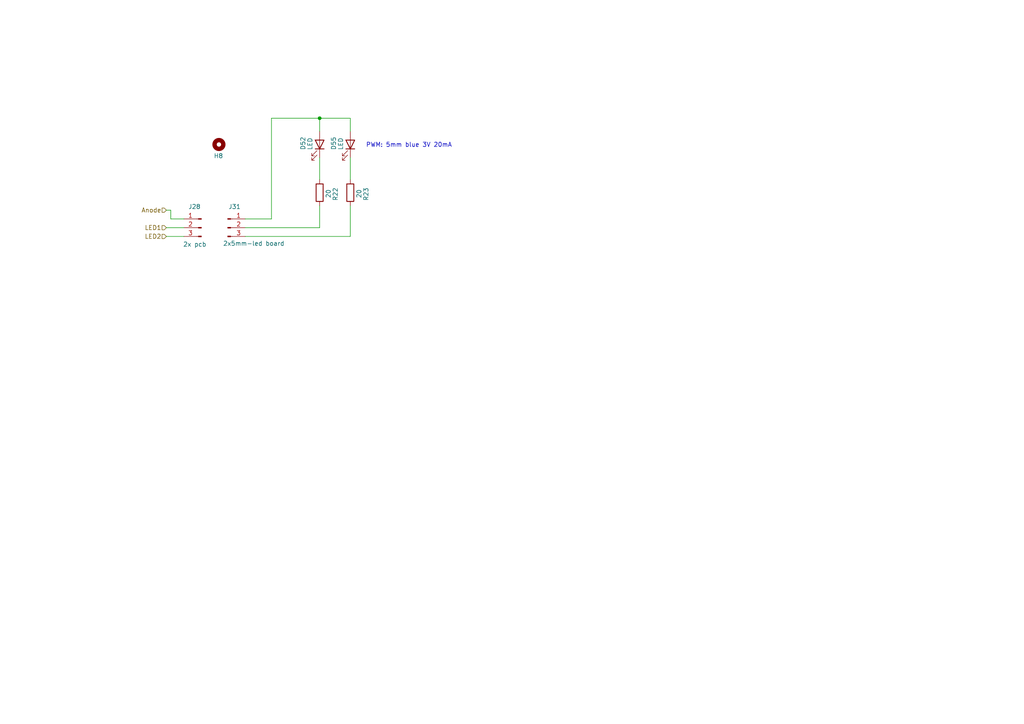
<source format=kicad_sch>
(kicad_sch (version 20231120) (generator "eeschema") (generator_version "8.0")
  (paper "A4")
  (lib_symbols
    (symbol "Connector:Conn_01x03_Pin" (pin_names (offset 1.016) hide)
      (property "Reference" "J" (at 0 5.08 0))
      (property "Value" "Conn_01x03_Pin" (at 0 -5.08 0))
      (symbol "Conn_01x03_Pin_1_1"
        (polyline (pts (xy 1.27 -2.54) (xy 0.8636 -2.54)) (stroke (width 0.1524)))
        (polyline (pts (xy 1.27 0) (xy 0.8636 0)) (stroke (width 0.1524)))
        (polyline (pts (xy 1.27 2.54) (xy 0.8636 2.54)) (stroke (width 0.1524)))
        (rectangle (start 0.8636 -2.413) (end 0 -2.667) (stroke (width 0.1524)) (fill (type outline)))
        (rectangle (start 0.8636 0.127) (end 0 -0.127) (stroke (width 0.1524)) (fill (type outline)))
        (rectangle (start 0.8636 2.667) (end 0 2.413) (stroke (width 0.1524)) (fill (type outline)))
        (pin passive line (at 5.08 2.54 180) (length 3.81) (name "Pin_1") (number "1"))
        (pin passive line (at 5.08 0 180) (length 3.81) (name "Pin_2") (number "2"))
        (pin passive line (at 5.08 -2.54 180) (length 3.81) (name "Pin_3") (number "3"))
      )
    )
    (symbol "Device:LED" (pin_numbers hide) (pin_names (offset 1.016) hide)
      (property "Reference" "D" (at 0 2.54 0))
      (property "Value" "LED" (at 0 -2.54 0))
      (symbol "LED_0_1"
        (polyline (pts (xy -1.27 -1.27) (xy -1.27 1.27)) (stroke (width 0.254)))
        (polyline (pts (xy -1.27 0) (xy 1.27 0)))
        (polyline (pts (xy 1.27 -1.27) (xy 1.27 1.27) (xy -1.27 0) (xy 1.27 -1.27)) (stroke (width 0.254)))
        (polyline (pts (xy -3.048 -0.762) (xy -4.572 -2.286) (xy -3.81 -2.286) (xy -4.572 -2.286) (xy -4.572 -1.524)))
        (polyline (pts (xy -1.778 -0.762) (xy -3.302 -2.286) (xy -2.54 -2.286) (xy -3.302 -2.286) (xy -3.302 -1.524)))
      )
      (symbol "LED_1_1"
        (pin passive line (at -3.81 0 0) (length 2.54) (name "K") (number "1"))
        (pin passive line (at 3.81 0 180) (length 2.54) (name "A") (number "2"))
      )
    )
    (symbol "Device:R" (pin_numbers hide) (pin_names (offset 0))
      (property "Reference" "R" (at 2.032 0 90))
      (property "Value" "R" (at 0 0 90))
      (symbol "R_0_1"
        (rectangle (start -1.016 -2.54) (end 1.016 2.54) (stroke (width 0.254)))
      )
      (symbol "R_1_1"
        (pin passive line (at 0 3.81 270) (length 1.27) (name "~") (number "1"))
        (pin passive line (at 0 -3.81 90) (length 1.27) (name "~") (number "2"))
      )
    )
    (symbol "Mechanical:MountingHole" (pin_names (offset 1.016)) (exclude_from_sim yes) (in_bom no)
      (property "Reference" "H" (at 0 5.08 0))
      (property "Value" "MountingHole" (at 0 3.175 0))
      (symbol "MountingHole_0_1"
        (circle (center 0 0) (radius 1.27) (stroke (width 1.27)))
      )
    )
  )
  (junction (at 92.71 34.29))
  (wire (pts (xy 92.71 34.29) (xy 92.71 38.1)))
  (wire (pts (xy 48.26 60.96) (xy 49.53 60.96)))
  (wire (pts (xy 71.12 68.58) (xy 101.6 68.58)))
  (wire (pts (xy 71.12 66.04) (xy 92.71 66.04)))
  (wire (pts (xy 78.74 63.5) (xy 78.74 34.29)))
  (wire (pts (xy 101.6 45.72) (xy 101.6 52.07)))
  (wire (pts (xy 92.71 34.29) (xy 101.6 34.29)))
  (wire (pts (xy 49.53 60.96) (xy 49.53 63.5)))
  (wire (pts (xy 78.74 34.29) (xy 92.71 34.29)))
  (wire (pts (xy 101.6 34.29) (xy 101.6 38.1)))
  (wire (pts (xy 101.6 68.58) (xy 101.6 59.69)))
  (wire (pts (xy 71.12 63.5) (xy 78.74 63.5)))
  (wire (pts (xy 49.53 63.5) (xy 53.34 63.5)))
  (wire (pts (xy 92.71 66.04) (xy 92.71 59.69)))
  (wire (pts (xy 48.26 68.58) (xy 53.34 68.58)))
  (wire (pts (xy 92.71 45.72) (xy 92.71 52.07)))
  (wire (pts (xy 48.26 66.04) (xy 53.34 66.04)))
  (text "PWM: 5mm blue 3V 20mA" (at 118.618 42.164 0) (effects (font (size 1.27 1.27))))
  (hierarchical_label "LED1" (shape input) (at 48.26 66.04 180))
  (hierarchical_label "LED2" (shape input) (at 48.26 68.58 180))
  (hierarchical_label "Anode" (shape input) (at 48.26 60.96 180))
  (symbol (lib_id "Connector:Conn_01x03_Pin") (at 58.42 66.04 0) (mirror y) (unit 1)
    (property "Reference" "J28" (at 54.61 59.944 0) (effects (justify right)))
    (property "Value" "2x pcb" (at 53.086 70.866 0) (effects (justify right)))
    (property "Footprint" "Connector_PinHeader_2.54mm:PinHeader_1x03_P2.54mm_Vertical" (effects (hide yes)))
    (property "Description" "Generic connector, single row, 01x03, script generated" (effects (hide yes)))
    (instances (project "pi-interface-board_v1.0" (path "" (reference "J28") (unit 1)) (path "" (reference "J29") (unit 1))))
  )
  (symbol (lib_id "Device:LED") (at 92.71 41.91 270) (mirror x) (unit 1)
    (property "Reference" "D52" (at 87.884 39.624 0) (effects (justify right)))
    (property "Value" "LED" (at 89.916 39.878 0) (effects (justify right)))
    (property "Footprint" "LED_THT:LED_D5.0mm_IRGrey" (effects (hide yes)))
    (property "Description" "Light emitting diode" (effects (hide yes)))
    (instances (project "pi-interface-board_v1.0" (path "" (reference "D52") (unit 1)) (path "" (reference "D34") (unit 1))))
  )
  (symbol (lib_id "Device:R") (at 92.71 55.88 0) (unit 1)
    (property "Reference" "R22" (at 97.282 54.356 90) (effects (justify right)))
    (property "Value" "20" (at 95.25 54.864 90) (effects (justify right)))
    (property "Footprint" "Resistor_THT:R_Axial_DIN0207_L6.3mm_D2.5mm_P10.16mm_Horizontal" (effects (hide yes)))
    (property "Description" "Resistor" (effects (hide yes)))
    (instances (project "pi-interface-board_v1.0" (path "" (reference "R22") (unit 1)) (path "" (reference "R4") (unit 1))))
  )
  (symbol (lib_id "Connector:Conn_01x03_Pin") (at 66.04 66.04 0) (unit 1)
    (property "Reference" "J31" (at 69.85 59.944 0) (effects (justify right)))
    (property "Value" "2x5mm-led board" (at 82.55 70.612 0) (effects (justify right)))
    (property "Footprint" "Connector_PinHeader_2.54mm:PinHeader_1x03_P2.54mm_Vertical" (effects (hide yes)))
    (property "Description" "Generic connector, single row, 01x03, script generated" (effects (hide yes)))
    (instances (project "pi-interface-board_v1.0" (path "" (reference "J31") (unit 1)) (path "" (reference "J30") (unit 1))))
  )
  (symbol (lib_id "Device:LED") (at 101.6 41.91 270) (mirror x) (unit 1)
    (property "Reference" "D55" (at 96.774 39.624 0) (effects (justify right)))
    (property "Value" "LED" (at 98.806 39.878 0) (effects (justify right)))
    (property "Footprint" "LED_THT:LED_D5.0mm_IRGrey" (effects (hide yes)))
    (property "Description" "Light emitting diode" (effects (hide yes)))
    (instances (project "pi-interface-board_v1.0" (path "" (reference "D55") (unit 1)) (path "" (reference "D45") (unit 1))))
  )
  (symbol (lib_id "Device:R") (at 101.6 55.88 0) (unit 1)
    (property "Reference" "R23" (at 106.172 54.356 90) (effects (justify right)))
    (property "Value" "20" (at 104.14 54.864 90) (effects (justify right)))
    (property "Footprint" "Resistor_THT:R_Axial_DIN0207_L6.3mm_D2.5mm_P10.16mm_Horizontal" (effects (hide yes)))
    (property "Description" "Resistor" (effects (hide yes)))
    (instances (project "pi-interface-board_v1.0" (path "" (reference "R23") (unit 1)) (path "" (reference "R14") (unit 1))))
  )
  (symbol (lib_id "Mechanical:MountingHole") (at 63.5 41.91 0) (unit 1) (exclude_from_sim yes) (in_bom no)
    (property "Reference" "H7" (at 61.976 45.212 0) (effects (justify left)))
    (property "Value" "MountingHole_LEDs-Analog" (effects (hide yes)))
    (property "Footprint" "MountingHole:MountingHole_2mm" (effects (hide yes)))
    (property "Description" "Mounting Hole without connection" (effects (hide yes)))
    (instances (project "pi-interface-board_v1.0" (path "" (reference "H8") (unit 1)) (path "" (reference "H7") (unit 1))))
  )
)
</source>
